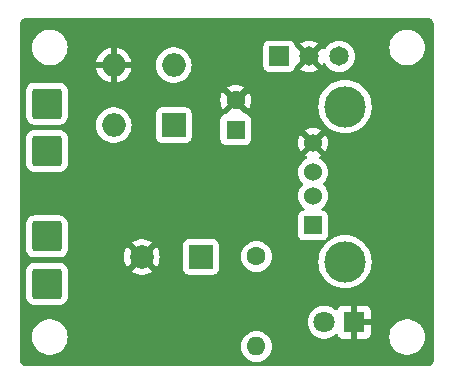
<source format=gbr>
%TF.GenerationSoftware,KiCad,Pcbnew,8.0.1*%
%TF.CreationDate,2025-01-11T03:08:54+01:00*%
%TF.ProjectId,Verteilerplatine,56657274-6569-46c6-9572-706c6174696e,rev?*%
%TF.SameCoordinates,Original*%
%TF.FileFunction,Copper,L2,Bot*%
%TF.FilePolarity,Positive*%
%FSLAX46Y46*%
G04 Gerber Fmt 4.6, Leading zero omitted, Abs format (unit mm)*
G04 Created by KiCad (PCBNEW 8.0.1) date 2025-01-11 03:08:54*
%MOMM*%
%LPD*%
G01*
G04 APERTURE LIST*
G04 Aperture macros list*
%AMRoundRect*
0 Rectangle with rounded corners*
0 $1 Rounding radius*
0 $2 $3 $4 $5 $6 $7 $8 $9 X,Y pos of 4 corners*
0 Add a 4 corners polygon primitive as box body*
4,1,4,$2,$3,$4,$5,$6,$7,$8,$9,$2,$3,0*
0 Add four circle primitives for the rounded corners*
1,1,$1+$1,$2,$3*
1,1,$1+$1,$4,$5*
1,1,$1+$1,$6,$7*
1,1,$1+$1,$8,$9*
0 Add four rect primitives between the rounded corners*
20,1,$1+$1,$2,$3,$4,$5,0*
20,1,$1+$1,$4,$5,$6,$7,0*
20,1,$1+$1,$6,$7,$8,$9,0*
20,1,$1+$1,$8,$9,$2,$3,0*%
G04 Aperture macros list end*
%TA.AperFunction,ComponentPad*%
%ADD10R,1.651000X1.651000*%
%TD*%
%TA.AperFunction,ComponentPad*%
%ADD11C,1.651000*%
%TD*%
%TA.AperFunction,ComponentPad*%
%ADD12RoundRect,0.249999X-1.025001X-1.025001X1.025001X-1.025001X1.025001X1.025001X-1.025001X1.025001X0*%
%TD*%
%TA.AperFunction,ComponentPad*%
%ADD13R,2.000000X2.000000*%
%TD*%
%TA.AperFunction,ComponentPad*%
%ADD14C,2.000000*%
%TD*%
%TA.AperFunction,ComponentPad*%
%ADD15R,1.524000X1.524000*%
%TD*%
%TA.AperFunction,ComponentPad*%
%ADD16C,1.524000*%
%TD*%
%TA.AperFunction,ComponentPad*%
%ADD17C,3.500000*%
%TD*%
%TA.AperFunction,ComponentPad*%
%ADD18R,1.800000X1.800000*%
%TD*%
%TA.AperFunction,ComponentPad*%
%ADD19C,1.800000*%
%TD*%
%TA.AperFunction,ComponentPad*%
%ADD20R,1.600000X1.600000*%
%TD*%
%TA.AperFunction,ComponentPad*%
%ADD21C,1.600000*%
%TD*%
%TA.AperFunction,ComponentPad*%
%ADD22O,2.000000X2.000000*%
%TD*%
%TA.AperFunction,ComponentPad*%
%ADD23O,1.600000X1.600000*%
%TD*%
G04 APERTURE END LIST*
D10*
%TO.P,L7805,1,INPUT*%
%TO.N,U_eff*%
X148920000Y-86500000D03*
D11*
%TO.P,L7805,2,GROUND*%
%TO.N,GND*%
X151460000Y-86500000D03*
%TO.P,L7805,3,OUTPUT*%
%TO.N,5V*%
X154000000Y-86500000D03*
%TD*%
D12*
%TO.P,H7,1,1*%
%TO.N,U_dp*%
X129250000Y-105750000D03*
%TD*%
D13*
%TO.P,Cout1,1*%
%TO.N,5V*%
X142300000Y-103475000D03*
D14*
%TO.P,Cout1,2*%
%TO.N,GND*%
X137300000Y-103475000D03*
%TD*%
D15*
%TO.P,J1,1,VBUS*%
%TO.N,5V*%
X151790000Y-100820000D03*
D16*
%TO.P,J1,2,D-*%
%TO.N,Net-(J1-D+)*%
X151790000Y-98320000D03*
%TO.P,J1,3,D+*%
X151790000Y-96320000D03*
%TO.P,J1,4,GND*%
%TO.N,GND*%
X151790000Y-93820000D03*
D17*
%TO.P,J1,5,SSRX-*%
%TO.N,unconnected-(J1-SSRX--Pad5)_0*%
X154500000Y-103890000D03*
%TO.N,unconnected-(J1-SSRX--Pad5)*%
X154500000Y-90750000D03*
%TD*%
D12*
%TO.P,H8,1,1*%
%TO.N,U_dm*%
X129250000Y-94500000D03*
%TD*%
D18*
%TO.P,D1,1,K*%
%TO.N,GND*%
X155275000Y-109000000D03*
D19*
%TO.P,D1,2,A*%
%TO.N,Net-(D1-A)*%
X152735000Y-109000000D03*
%TD*%
D20*
%TO.P,Cout3,1*%
%TO.N,U_eff*%
X145250000Y-92705113D03*
D21*
%TO.P,Cout3,2*%
%TO.N,GND*%
X145250000Y-90205113D03*
%TD*%
D13*
%TO.P,TC-B40R,1,+*%
%TO.N,U_eff*%
X140000000Y-92330000D03*
D22*
%TO.P,TC-B40R,2*%
%TO.N,U_dm*%
X140000000Y-87250000D03*
%TO.P,TC-B40R,3,-*%
%TO.N,GND*%
X134920000Y-87250000D03*
%TO.P,TC-B40R,4*%
%TO.N,U_dp*%
X134920000Y-92330000D03*
%TD*%
D12*
%TO.P,H6,1,1*%
%TO.N,U_dm*%
X129250000Y-90500000D03*
%TD*%
%TO.P,H5,1,1*%
%TO.N,U_dp*%
X129250000Y-101750000D03*
%TD*%
D21*
%TO.P,R1,1*%
%TO.N,5V*%
X147000000Y-103440000D03*
D23*
%TO.P,R1,2*%
%TO.N,Net-(D1-A)*%
X147000000Y-111060000D03*
%TD*%
%TA.AperFunction,Conductor*%
%TO.N,GND*%
G36*
X161506922Y-83251281D02*
G01*
X161523411Y-83253138D01*
X161597267Y-83261459D01*
X161624324Y-83267634D01*
X161703546Y-83295355D01*
X161728553Y-83307399D01*
X161799602Y-83352043D01*
X161821310Y-83369355D01*
X161880644Y-83428689D01*
X161897957Y-83450398D01*
X161942601Y-83521448D01*
X161954648Y-83546465D01*
X161982361Y-83625663D01*
X161988540Y-83652735D01*
X161998720Y-83743088D01*
X161999500Y-83756971D01*
X161999500Y-112243038D01*
X161998720Y-112256923D01*
X161988540Y-112347265D01*
X161982362Y-112374334D01*
X161954648Y-112453537D01*
X161942600Y-112478555D01*
X161897957Y-112549604D01*
X161880644Y-112571313D01*
X161821313Y-112630644D01*
X161799604Y-112647957D01*
X161728552Y-112692602D01*
X161703535Y-112704649D01*
X161624337Y-112732362D01*
X161597265Y-112738541D01*
X161506911Y-112748721D01*
X161493028Y-112749501D01*
X127506962Y-112749501D01*
X127493078Y-112748721D01*
X127481355Y-112747400D01*
X127402734Y-112738541D01*
X127375664Y-112732363D01*
X127296459Y-112704648D01*
X127271443Y-112692600D01*
X127200399Y-112647961D01*
X127178688Y-112630648D01*
X127119353Y-112571312D01*
X127102041Y-112549603D01*
X127057395Y-112478550D01*
X127045351Y-112453540D01*
X127017636Y-112374334D01*
X127011458Y-112347266D01*
X127011274Y-112345635D01*
X127001280Y-112256930D01*
X127000500Y-112243047D01*
X127000500Y-110250006D01*
X127994357Y-110250006D01*
X128014890Y-110497813D01*
X128014892Y-110497825D01*
X128075936Y-110738882D01*
X128175826Y-110966607D01*
X128311833Y-111174783D01*
X128311836Y-111174786D01*
X128480256Y-111357739D01*
X128676491Y-111510475D01*
X128895190Y-111628829D01*
X129130386Y-111709572D01*
X129375665Y-111750501D01*
X129624335Y-111750501D01*
X129869614Y-111709572D01*
X130104810Y-111628829D01*
X130323509Y-111510475D01*
X130519744Y-111357739D01*
X130688164Y-111174786D01*
X130763157Y-111060001D01*
X145694532Y-111060001D01*
X145714364Y-111286686D01*
X145714366Y-111286697D01*
X145773258Y-111506488D01*
X145773261Y-111506497D01*
X145869431Y-111712732D01*
X145869432Y-111712734D01*
X145999954Y-111899141D01*
X146160858Y-112060045D01*
X146160861Y-112060047D01*
X146347266Y-112190568D01*
X146553504Y-112286739D01*
X146773308Y-112345635D01*
X146935230Y-112359801D01*
X146999998Y-112365468D01*
X147000000Y-112365468D01*
X147000002Y-112365468D01*
X147056673Y-112360509D01*
X147226692Y-112345635D01*
X147446496Y-112286739D01*
X147652734Y-112190568D01*
X147839139Y-112060047D01*
X148000047Y-111899139D01*
X148130568Y-111712734D01*
X148226739Y-111506496D01*
X148285635Y-111286692D01*
X148305468Y-111060000D01*
X148285635Y-110833308D01*
X148226739Y-110613504D01*
X148130568Y-110407266D01*
X148000047Y-110220861D01*
X148000045Y-110220858D01*
X147839141Y-110059954D01*
X147652734Y-109929432D01*
X147652732Y-109929431D01*
X147446497Y-109833261D01*
X147446488Y-109833258D01*
X147226697Y-109774366D01*
X147226693Y-109774365D01*
X147226692Y-109774365D01*
X147226691Y-109774364D01*
X147226686Y-109774364D01*
X147000002Y-109754532D01*
X146999998Y-109754532D01*
X146773313Y-109774364D01*
X146773302Y-109774366D01*
X146553511Y-109833258D01*
X146553502Y-109833261D01*
X146347267Y-109929431D01*
X146347265Y-109929432D01*
X146160858Y-110059954D01*
X145999954Y-110220858D01*
X145869432Y-110407265D01*
X145869431Y-110407267D01*
X145773261Y-110613502D01*
X145773258Y-110613511D01*
X145714366Y-110833302D01*
X145714364Y-110833313D01*
X145694532Y-111059998D01*
X145694532Y-111060001D01*
X130763157Y-111060001D01*
X130824173Y-110966608D01*
X130924063Y-110738882D01*
X130985108Y-110497822D01*
X130992612Y-110407265D01*
X131005643Y-110250006D01*
X131005643Y-110249995D01*
X130985109Y-110002188D01*
X130985107Y-110002176D01*
X130924063Y-109761119D01*
X130824173Y-109533394D01*
X130688166Y-109325218D01*
X130643139Y-109276306D01*
X130519744Y-109142263D01*
X130336972Y-109000006D01*
X151329700Y-109000006D01*
X151348864Y-109231297D01*
X151348866Y-109231308D01*
X151405842Y-109456300D01*
X151499075Y-109668848D01*
X151626016Y-109863147D01*
X151626019Y-109863151D01*
X151626021Y-109863153D01*
X151783216Y-110033913D01*
X151783219Y-110033915D01*
X151783222Y-110033918D01*
X151966365Y-110176464D01*
X151966371Y-110176468D01*
X151966374Y-110176470D01*
X152170497Y-110286936D01*
X152284487Y-110326068D01*
X152390015Y-110362297D01*
X152390017Y-110362297D01*
X152390019Y-110362298D01*
X152618951Y-110400500D01*
X152618952Y-110400500D01*
X152851048Y-110400500D01*
X152851049Y-110400500D01*
X153079981Y-110362298D01*
X153299503Y-110286936D01*
X153503626Y-110176470D01*
X153686784Y-110033913D01*
X153695511Y-110024432D01*
X153755394Y-109988441D01*
X153825232Y-109990538D01*
X153882850Y-110030060D01*
X153902924Y-110065080D01*
X153931645Y-110142086D01*
X153931649Y-110142093D01*
X154017809Y-110257187D01*
X154017812Y-110257190D01*
X154132906Y-110343350D01*
X154132913Y-110343354D01*
X154267620Y-110393596D01*
X154267627Y-110393598D01*
X154327155Y-110399999D01*
X154327172Y-110400000D01*
X155025000Y-110400000D01*
X155025000Y-109375277D01*
X155101306Y-109419333D01*
X155215756Y-109450000D01*
X155334244Y-109450000D01*
X155448694Y-109419333D01*
X155525000Y-109375277D01*
X155525000Y-110400000D01*
X156222828Y-110400000D01*
X156222844Y-110399999D01*
X156282372Y-110393598D01*
X156282379Y-110393596D01*
X156417086Y-110343354D01*
X156417093Y-110343350D01*
X156532187Y-110257190D01*
X156532190Y-110257187D01*
X156537566Y-110250006D01*
X158244357Y-110250006D01*
X158264890Y-110497813D01*
X158264892Y-110497825D01*
X158325936Y-110738882D01*
X158425826Y-110966607D01*
X158561833Y-111174783D01*
X158561836Y-111174786D01*
X158730256Y-111357739D01*
X158926491Y-111510475D01*
X159145190Y-111628829D01*
X159380386Y-111709572D01*
X159625665Y-111750501D01*
X159874335Y-111750501D01*
X160119614Y-111709572D01*
X160354810Y-111628829D01*
X160573509Y-111510475D01*
X160769744Y-111357739D01*
X160938164Y-111174786D01*
X161074173Y-110966608D01*
X161174063Y-110738882D01*
X161235108Y-110497822D01*
X161242612Y-110407265D01*
X161255643Y-110250006D01*
X161255643Y-110249995D01*
X161235109Y-110002188D01*
X161235107Y-110002176D01*
X161174063Y-109761119D01*
X161074173Y-109533394D01*
X160938166Y-109325218D01*
X160893139Y-109276306D01*
X160769744Y-109142263D01*
X160573509Y-108989527D01*
X160573507Y-108989526D01*
X160573506Y-108989525D01*
X160354811Y-108871173D01*
X160354802Y-108871170D01*
X160119616Y-108790430D01*
X159874335Y-108749501D01*
X159625665Y-108749501D01*
X159380383Y-108790430D01*
X159145197Y-108871170D01*
X159145188Y-108871173D01*
X158926493Y-108989525D01*
X158730257Y-109142262D01*
X158561833Y-109325218D01*
X158425826Y-109533394D01*
X158325936Y-109761119D01*
X158264892Y-110002176D01*
X158264890Y-110002188D01*
X158244357Y-110249995D01*
X158244357Y-110250006D01*
X156537566Y-110250006D01*
X156618350Y-110142093D01*
X156618354Y-110142086D01*
X156668596Y-110007379D01*
X156668598Y-110007372D01*
X156674999Y-109947844D01*
X156675000Y-109947827D01*
X156675000Y-109250000D01*
X155650278Y-109250000D01*
X155694333Y-109173694D01*
X155725000Y-109059244D01*
X155725000Y-108940756D01*
X155694333Y-108826306D01*
X155650278Y-108750000D01*
X156675000Y-108750000D01*
X156675000Y-108052172D01*
X156674999Y-108052155D01*
X156668598Y-107992627D01*
X156668596Y-107992620D01*
X156618354Y-107857913D01*
X156618350Y-107857906D01*
X156532190Y-107742812D01*
X156532187Y-107742809D01*
X156417093Y-107656649D01*
X156417086Y-107656645D01*
X156282379Y-107606403D01*
X156282372Y-107606401D01*
X156222844Y-107600000D01*
X155525000Y-107600000D01*
X155525000Y-108624722D01*
X155448694Y-108580667D01*
X155334244Y-108550000D01*
X155215756Y-108550000D01*
X155101306Y-108580667D01*
X155025000Y-108624722D01*
X155025000Y-107600000D01*
X154327155Y-107600000D01*
X154267627Y-107606401D01*
X154267620Y-107606403D01*
X154132913Y-107656645D01*
X154132906Y-107656649D01*
X154017812Y-107742809D01*
X154017809Y-107742812D01*
X153931649Y-107857906D01*
X153931646Y-107857911D01*
X153902924Y-107934920D01*
X153861052Y-107990853D01*
X153795588Y-108015270D01*
X153727315Y-108000418D01*
X153695514Y-107975571D01*
X153686784Y-107966087D01*
X153686779Y-107966083D01*
X153686777Y-107966081D01*
X153503634Y-107823535D01*
X153503628Y-107823531D01*
X153299504Y-107713064D01*
X153299495Y-107713061D01*
X153079984Y-107637702D01*
X152892404Y-107606401D01*
X152851049Y-107599500D01*
X152618951Y-107599500D01*
X152577596Y-107606401D01*
X152390015Y-107637702D01*
X152170504Y-107713061D01*
X152170495Y-107713064D01*
X151966371Y-107823531D01*
X151966365Y-107823535D01*
X151783222Y-107966081D01*
X151783219Y-107966084D01*
X151783216Y-107966086D01*
X151783216Y-107966087D01*
X151758791Y-107992620D01*
X151626016Y-108136852D01*
X151499075Y-108331151D01*
X151405842Y-108543699D01*
X151348866Y-108768691D01*
X151348864Y-108768702D01*
X151329700Y-108999993D01*
X151329700Y-109000006D01*
X130336972Y-109000006D01*
X130323509Y-108989527D01*
X130323507Y-108989526D01*
X130323506Y-108989525D01*
X130104811Y-108871173D01*
X130104802Y-108871170D01*
X129869616Y-108790430D01*
X129624335Y-108749501D01*
X129375665Y-108749501D01*
X129130383Y-108790430D01*
X128895197Y-108871170D01*
X128895188Y-108871173D01*
X128676493Y-108989525D01*
X128480257Y-109142262D01*
X128311833Y-109325218D01*
X128175826Y-109533394D01*
X128075936Y-109761119D01*
X128014892Y-110002176D01*
X128014890Y-110002188D01*
X127994357Y-110249995D01*
X127994357Y-110250006D01*
X127000500Y-110250006D01*
X127000500Y-106825017D01*
X127474500Y-106825017D01*
X127485000Y-106927796D01*
X127485001Y-106927798D01*
X127540186Y-107094335D01*
X127632288Y-107243656D01*
X127756344Y-107367712D01*
X127905665Y-107459814D01*
X128072202Y-107514999D01*
X128174990Y-107525500D01*
X128174995Y-107525500D01*
X130325005Y-107525500D01*
X130325010Y-107525500D01*
X130427798Y-107514999D01*
X130594335Y-107459814D01*
X130743656Y-107367712D01*
X130867712Y-107243656D01*
X130959814Y-107094335D01*
X131014999Y-106927798D01*
X131025500Y-106825010D01*
X131025500Y-104674990D01*
X131014999Y-104572202D01*
X130959814Y-104405665D01*
X130867712Y-104256344D01*
X130743656Y-104132288D01*
X130594335Y-104040186D01*
X130427798Y-103985001D01*
X130427796Y-103985000D01*
X130325017Y-103974500D01*
X130325010Y-103974500D01*
X128174990Y-103974500D01*
X128174982Y-103974500D01*
X128072203Y-103985000D01*
X128072202Y-103985001D01*
X127989669Y-104012349D01*
X127905667Y-104040185D01*
X127905662Y-104040187D01*
X127756342Y-104132289D01*
X127632289Y-104256342D01*
X127540187Y-104405662D01*
X127540185Y-104405667D01*
X127528793Y-104440047D01*
X127485001Y-104572202D01*
X127485001Y-104572203D01*
X127485000Y-104572203D01*
X127474500Y-104674982D01*
X127474500Y-106825017D01*
X127000500Y-106825017D01*
X127000500Y-102825017D01*
X127474500Y-102825017D01*
X127485000Y-102927796D01*
X127517848Y-103026923D01*
X127540186Y-103094335D01*
X127632288Y-103243656D01*
X127756344Y-103367712D01*
X127905665Y-103459814D01*
X128072202Y-103514999D01*
X128174990Y-103525500D01*
X128174995Y-103525500D01*
X130325005Y-103525500D01*
X130325010Y-103525500D01*
X130427798Y-103514999D01*
X130548492Y-103475005D01*
X135794859Y-103475005D01*
X135815385Y-103722729D01*
X135815387Y-103722738D01*
X135876412Y-103963717D01*
X135976266Y-104191364D01*
X136076564Y-104344882D01*
X136817037Y-103604409D01*
X136834075Y-103667993D01*
X136899901Y-103782007D01*
X136992993Y-103875099D01*
X137107007Y-103940925D01*
X137170590Y-103957962D01*
X136429942Y-104698609D01*
X136476768Y-104735055D01*
X136476770Y-104735056D01*
X136695385Y-104853364D01*
X136695396Y-104853369D01*
X136930506Y-104934083D01*
X137175707Y-104975000D01*
X137424293Y-104975000D01*
X137669493Y-104934083D01*
X137904603Y-104853369D01*
X137904614Y-104853364D01*
X138123228Y-104735057D01*
X138123231Y-104735055D01*
X138170056Y-104698609D01*
X137994317Y-104522870D01*
X140799500Y-104522870D01*
X140799501Y-104522876D01*
X140805908Y-104582483D01*
X140856202Y-104717328D01*
X140856206Y-104717335D01*
X140942452Y-104832544D01*
X140942455Y-104832547D01*
X141057664Y-104918793D01*
X141057671Y-104918797D01*
X141192517Y-104969091D01*
X141192516Y-104969091D01*
X141199444Y-104969835D01*
X141252127Y-104975500D01*
X143347872Y-104975499D01*
X143407483Y-104969091D01*
X143542331Y-104918796D01*
X143657546Y-104832546D01*
X143743796Y-104717331D01*
X143794091Y-104582483D01*
X143800500Y-104522873D01*
X143800499Y-103440001D01*
X145694532Y-103440001D01*
X145714364Y-103666686D01*
X145714366Y-103666697D01*
X145773258Y-103886488D01*
X145773261Y-103886497D01*
X145869431Y-104092732D01*
X145869432Y-104092734D01*
X145999954Y-104279141D01*
X146160858Y-104440045D01*
X146160861Y-104440047D01*
X146347266Y-104570568D01*
X146553504Y-104666739D01*
X146773308Y-104725635D01*
X146935230Y-104739801D01*
X146999998Y-104745468D01*
X147000000Y-104745468D01*
X147000002Y-104745468D01*
X147056673Y-104740509D01*
X147226692Y-104725635D01*
X147446496Y-104666739D01*
X147652734Y-104570568D01*
X147839139Y-104440047D01*
X148000047Y-104279139D01*
X148130568Y-104092734D01*
X148225102Y-103890007D01*
X152244671Y-103890007D01*
X152263964Y-104184363D01*
X152263965Y-104184373D01*
X152263966Y-104184380D01*
X152295891Y-104344882D01*
X152321518Y-104473716D01*
X152321521Y-104473730D01*
X152416349Y-104753080D01*
X152546825Y-105017660D01*
X152546829Y-105017667D01*
X152710725Y-105262955D01*
X152905241Y-105484758D01*
X153127043Y-105679273D01*
X153372335Y-105843172D01*
X153636923Y-105973652D01*
X153916278Y-106068481D01*
X154205620Y-106126034D01*
X154233888Y-106127886D01*
X154499993Y-106145329D01*
X154500000Y-106145329D01*
X154500007Y-106145329D01*
X154735675Y-106129881D01*
X154794380Y-106126034D01*
X155083722Y-106068481D01*
X155363077Y-105973652D01*
X155627665Y-105843172D01*
X155872957Y-105679273D01*
X156094758Y-105484758D01*
X156289273Y-105262957D01*
X156453172Y-105017665D01*
X156583652Y-104753077D01*
X156678481Y-104473722D01*
X156736034Y-104184380D01*
X156749102Y-103985001D01*
X156755329Y-103890007D01*
X156755329Y-103889992D01*
X156736035Y-103595636D01*
X156736034Y-103595620D01*
X156678481Y-103306278D01*
X156583652Y-103026923D01*
X156453172Y-102762336D01*
X156289273Y-102517043D01*
X156221667Y-102439953D01*
X156094758Y-102295241D01*
X155872955Y-102100725D01*
X155627667Y-101936829D01*
X155627660Y-101936825D01*
X155363080Y-101806349D01*
X155083730Y-101711521D01*
X155083724Y-101711519D01*
X155083722Y-101711519D01*
X154794380Y-101653966D01*
X154794373Y-101653965D01*
X154794363Y-101653964D01*
X154500007Y-101634671D01*
X154499993Y-101634671D01*
X154205636Y-101653964D01*
X154205624Y-101653965D01*
X154205620Y-101653966D01*
X154205612Y-101653967D01*
X154205609Y-101653968D01*
X153916283Y-101711518D01*
X153916269Y-101711521D01*
X153636919Y-101806349D01*
X153372334Y-101936828D01*
X153127041Y-102100728D01*
X152905241Y-102295241D01*
X152710728Y-102517041D01*
X152546828Y-102762334D01*
X152416349Y-103026919D01*
X152321521Y-103306269D01*
X152321518Y-103306283D01*
X152263968Y-103595609D01*
X152263964Y-103595636D01*
X152244671Y-103889992D01*
X152244671Y-103890007D01*
X148225102Y-103890007D01*
X148226739Y-103886496D01*
X148285635Y-103666692D01*
X148302634Y-103472384D01*
X148305468Y-103440001D01*
X148305468Y-103439998D01*
X148288290Y-103243656D01*
X148285635Y-103213308D01*
X148235694Y-103026923D01*
X148226741Y-102993511D01*
X148226738Y-102993502D01*
X148218110Y-102975000D01*
X148130568Y-102787266D01*
X148000047Y-102600861D01*
X148000045Y-102600858D01*
X147839141Y-102439954D01*
X147652734Y-102309432D01*
X147652732Y-102309431D01*
X147446497Y-102213261D01*
X147446488Y-102213258D01*
X147226697Y-102154366D01*
X147226693Y-102154365D01*
X147226692Y-102154365D01*
X147226691Y-102154364D01*
X147226686Y-102154364D01*
X147000002Y-102134532D01*
X146999998Y-102134532D01*
X146773313Y-102154364D01*
X146773302Y-102154366D01*
X146553511Y-102213258D01*
X146553502Y-102213261D01*
X146347267Y-102309431D01*
X146347265Y-102309432D01*
X146160858Y-102439954D01*
X145999954Y-102600858D01*
X145869432Y-102787265D01*
X145869431Y-102787267D01*
X145773261Y-102993502D01*
X145773258Y-102993511D01*
X145714366Y-103213302D01*
X145714364Y-103213313D01*
X145694532Y-103439998D01*
X145694532Y-103440001D01*
X143800499Y-103440001D01*
X143800499Y-102427128D01*
X143794091Y-102367517D01*
X143772426Y-102309431D01*
X143743797Y-102232671D01*
X143743793Y-102232664D01*
X143657547Y-102117455D01*
X143657544Y-102117452D01*
X143542335Y-102031206D01*
X143542328Y-102031202D01*
X143407482Y-101980908D01*
X143407483Y-101980908D01*
X143347883Y-101974501D01*
X143347881Y-101974500D01*
X143347873Y-101974500D01*
X143347864Y-101974500D01*
X141252129Y-101974500D01*
X141252123Y-101974501D01*
X141192516Y-101980908D01*
X141057671Y-102031202D01*
X141057664Y-102031206D01*
X140942455Y-102117452D01*
X140942452Y-102117455D01*
X140856206Y-102232664D01*
X140856202Y-102232671D01*
X140805908Y-102367517D01*
X140799501Y-102427116D01*
X140799501Y-102427123D01*
X140799500Y-102427135D01*
X140799500Y-104522870D01*
X137994317Y-104522870D01*
X137429409Y-103957962D01*
X137492993Y-103940925D01*
X137607007Y-103875099D01*
X137700099Y-103782007D01*
X137765925Y-103667993D01*
X137782962Y-103604410D01*
X138523434Y-104344882D01*
X138623731Y-104191369D01*
X138723587Y-103963717D01*
X138784612Y-103722738D01*
X138784614Y-103722729D01*
X138805141Y-103475005D01*
X138805141Y-103474994D01*
X138784614Y-103227270D01*
X138784612Y-103227261D01*
X138723587Y-102986282D01*
X138623731Y-102758630D01*
X138523434Y-102605116D01*
X137782962Y-103345589D01*
X137765925Y-103282007D01*
X137700099Y-103167993D01*
X137607007Y-103074901D01*
X137492993Y-103009075D01*
X137429410Y-102992037D01*
X138170057Y-102251390D01*
X138170056Y-102251389D01*
X138123229Y-102214943D01*
X137904614Y-102096635D01*
X137904603Y-102096630D01*
X137669493Y-102015916D01*
X137424293Y-101975000D01*
X137175707Y-101975000D01*
X136930506Y-102015916D01*
X136695396Y-102096630D01*
X136695390Y-102096632D01*
X136476761Y-102214949D01*
X136429942Y-102251388D01*
X136429942Y-102251390D01*
X137170590Y-102992037D01*
X137107007Y-103009075D01*
X136992993Y-103074901D01*
X136899901Y-103167993D01*
X136834075Y-103282007D01*
X136817037Y-103345589D01*
X136076564Y-102605116D01*
X135976267Y-102758632D01*
X135876412Y-102986282D01*
X135815387Y-103227261D01*
X135815385Y-103227270D01*
X135794859Y-103474994D01*
X135794859Y-103475005D01*
X130548492Y-103475005D01*
X130594335Y-103459814D01*
X130743656Y-103367712D01*
X130867712Y-103243656D01*
X130959814Y-103094335D01*
X131014999Y-102927798D01*
X131025500Y-102825010D01*
X131025500Y-100674990D01*
X131014999Y-100572202D01*
X130959814Y-100405665D01*
X130867712Y-100256344D01*
X130743656Y-100132288D01*
X130594335Y-100040186D01*
X130427798Y-99985001D01*
X130427796Y-99985000D01*
X130325017Y-99974500D01*
X130325010Y-99974500D01*
X128174990Y-99974500D01*
X128174982Y-99974500D01*
X128072203Y-99985000D01*
X128072202Y-99985001D01*
X127996410Y-100010116D01*
X127905667Y-100040185D01*
X127905662Y-100040187D01*
X127756342Y-100132289D01*
X127632289Y-100256342D01*
X127540187Y-100405662D01*
X127540186Y-100405665D01*
X127485001Y-100572202D01*
X127485001Y-100572203D01*
X127485000Y-100572203D01*
X127474500Y-100674982D01*
X127474500Y-102825017D01*
X127000500Y-102825017D01*
X127000500Y-98320002D01*
X150522677Y-98320002D01*
X150541929Y-98540062D01*
X150541930Y-98540070D01*
X150599104Y-98753445D01*
X150599105Y-98753447D01*
X150599106Y-98753450D01*
X150692466Y-98953662D01*
X150692468Y-98953666D01*
X150819170Y-99134615D01*
X150819175Y-99134621D01*
X150975378Y-99290824D01*
X150975384Y-99290829D01*
X151035477Y-99332906D01*
X151079102Y-99387482D01*
X151086296Y-99456980D01*
X151054774Y-99519335D01*
X150994544Y-99554750D01*
X150977609Y-99557771D01*
X150920516Y-99563909D01*
X150785671Y-99614202D01*
X150785664Y-99614206D01*
X150670455Y-99700452D01*
X150670452Y-99700455D01*
X150584206Y-99815664D01*
X150584202Y-99815671D01*
X150533908Y-99950517D01*
X150530201Y-99985001D01*
X150527501Y-100010123D01*
X150527500Y-100010135D01*
X150527500Y-101629870D01*
X150527501Y-101629876D01*
X150533908Y-101689483D01*
X150584202Y-101824328D01*
X150584206Y-101824335D01*
X150670452Y-101939544D01*
X150670455Y-101939547D01*
X150785664Y-102025793D01*
X150785671Y-102025797D01*
X150920517Y-102076091D01*
X150920516Y-102076091D01*
X150927444Y-102076835D01*
X150980127Y-102082500D01*
X152599872Y-102082499D01*
X152659483Y-102076091D01*
X152794331Y-102025796D01*
X152909546Y-101939546D01*
X152995796Y-101824331D01*
X153046091Y-101689483D01*
X153052500Y-101629873D01*
X153052499Y-100010128D01*
X153046091Y-99950517D01*
X152995796Y-99815669D01*
X152995795Y-99815668D01*
X152995793Y-99815664D01*
X152909547Y-99700455D01*
X152909544Y-99700452D01*
X152794335Y-99614206D01*
X152794328Y-99614202D01*
X152659482Y-99563908D01*
X152659483Y-99563908D01*
X152602390Y-99557770D01*
X152537839Y-99531032D01*
X152497991Y-99473639D01*
X152495498Y-99403814D01*
X152531151Y-99343725D01*
X152544523Y-99332906D01*
X152604620Y-99290826D01*
X152760826Y-99134620D01*
X152887534Y-98953662D01*
X152980894Y-98753450D01*
X153038070Y-98540068D01*
X153057323Y-98320000D01*
X153038070Y-98099932D01*
X152980894Y-97886550D01*
X152887534Y-97686339D01*
X152760826Y-97505380D01*
X152760824Y-97505377D01*
X152663127Y-97407680D01*
X152629642Y-97346357D01*
X152634626Y-97276665D01*
X152663123Y-97232322D01*
X152760826Y-97134620D01*
X152887534Y-96953662D01*
X152980894Y-96753450D01*
X153038070Y-96540068D01*
X153057323Y-96320000D01*
X153038070Y-96099932D01*
X152980894Y-95886550D01*
X152887534Y-95686339D01*
X152760826Y-95505380D01*
X152604620Y-95349174D01*
X152604616Y-95349171D01*
X152604615Y-95349170D01*
X152423666Y-95222468D01*
X152423663Y-95222466D01*
X152423662Y-95222466D01*
X152375691Y-95200096D01*
X152337108Y-95182105D01*
X152284669Y-95135932D01*
X152265517Y-95068739D01*
X152285733Y-95001858D01*
X152337110Y-94957340D01*
X152423412Y-94917097D01*
X152423417Y-94917094D01*
X152488188Y-94871741D01*
X151886750Y-94270302D01*
X151967553Y-94248651D01*
X152072446Y-94188091D01*
X152158091Y-94102446D01*
X152218651Y-93997553D01*
X152240302Y-93916749D01*
X152841741Y-94518188D01*
X152887094Y-94453417D01*
X152887100Y-94453407D01*
X152980419Y-94253284D01*
X152980424Y-94253270D01*
X153037573Y-94039986D01*
X153037575Y-94039976D01*
X153056821Y-93820000D01*
X153056821Y-93819999D01*
X153037575Y-93600023D01*
X153037573Y-93600013D01*
X152980424Y-93386729D01*
X152980420Y-93386720D01*
X152887096Y-93186586D01*
X152841741Y-93121811D01*
X152841740Y-93121810D01*
X152240302Y-93723249D01*
X152218651Y-93642447D01*
X152158091Y-93537554D01*
X152072446Y-93451909D01*
X151967553Y-93391349D01*
X151886750Y-93369697D01*
X152488188Y-92768259D01*
X152488187Y-92768258D01*
X152423411Y-92722901D01*
X152423405Y-92722898D01*
X152223284Y-92629580D01*
X152223270Y-92629575D01*
X152009986Y-92572426D01*
X152009976Y-92572424D01*
X151790001Y-92553179D01*
X151789999Y-92553179D01*
X151570023Y-92572424D01*
X151570013Y-92572426D01*
X151356729Y-92629575D01*
X151356720Y-92629579D01*
X151156590Y-92722901D01*
X151091811Y-92768258D01*
X151693250Y-93369697D01*
X151612447Y-93391349D01*
X151507554Y-93451909D01*
X151421909Y-93537554D01*
X151361349Y-93642447D01*
X151339697Y-93723250D01*
X150738258Y-93121811D01*
X150692901Y-93186590D01*
X150599579Y-93386720D01*
X150599575Y-93386729D01*
X150542426Y-93600013D01*
X150542424Y-93600023D01*
X150523179Y-93819999D01*
X150523179Y-93820000D01*
X150542424Y-94039976D01*
X150542426Y-94039986D01*
X150599575Y-94253270D01*
X150599580Y-94253284D01*
X150692898Y-94453405D01*
X150692901Y-94453411D01*
X150738258Y-94518187D01*
X150738259Y-94518188D01*
X151339697Y-93916749D01*
X151361349Y-93997553D01*
X151421909Y-94102446D01*
X151507554Y-94188091D01*
X151612447Y-94248651D01*
X151693249Y-94270302D01*
X151091810Y-94871740D01*
X151156589Y-94917098D01*
X151242891Y-94957342D01*
X151295330Y-95003514D01*
X151314482Y-95070708D01*
X151294266Y-95137589D01*
X151242891Y-95182106D01*
X151156340Y-95222465D01*
X151156338Y-95222466D01*
X150975377Y-95349175D01*
X150819175Y-95505377D01*
X150692466Y-95686338D01*
X150692465Y-95686340D01*
X150599107Y-95886548D01*
X150599104Y-95886554D01*
X150541930Y-96099929D01*
X150541929Y-96099937D01*
X150522677Y-96319997D01*
X150522677Y-96320002D01*
X150541929Y-96540062D01*
X150541930Y-96540070D01*
X150599104Y-96753445D01*
X150599105Y-96753447D01*
X150599106Y-96753450D01*
X150692466Y-96953662D01*
X150692468Y-96953666D01*
X150819170Y-97134615D01*
X150819175Y-97134621D01*
X150916872Y-97232318D01*
X150950357Y-97293641D01*
X150945373Y-97363333D01*
X150916873Y-97407680D01*
X150819172Y-97505381D01*
X150692466Y-97686338D01*
X150692465Y-97686340D01*
X150599107Y-97886548D01*
X150599104Y-97886554D01*
X150541930Y-98099929D01*
X150541929Y-98099937D01*
X150522677Y-98319997D01*
X150522677Y-98320002D01*
X127000500Y-98320002D01*
X127000500Y-95575017D01*
X127474500Y-95575017D01*
X127485000Y-95677796D01*
X127540185Y-95844332D01*
X127540186Y-95844335D01*
X127632288Y-95993656D01*
X127756344Y-96117712D01*
X127905665Y-96209814D01*
X128072202Y-96264999D01*
X128174990Y-96275500D01*
X128174995Y-96275500D01*
X130325005Y-96275500D01*
X130325010Y-96275500D01*
X130427798Y-96264999D01*
X130594335Y-96209814D01*
X130743656Y-96117712D01*
X130867712Y-95993656D01*
X130959814Y-95844335D01*
X131014999Y-95677798D01*
X131025500Y-95575010D01*
X131025500Y-93424990D01*
X131014999Y-93322202D01*
X130959814Y-93155665D01*
X130867712Y-93006344D01*
X130743656Y-92882288D01*
X130594335Y-92790186D01*
X130427798Y-92735001D01*
X130427796Y-92735000D01*
X130325017Y-92724500D01*
X130325010Y-92724500D01*
X128174990Y-92724500D01*
X128174982Y-92724500D01*
X128072203Y-92735000D01*
X128072202Y-92735001D01*
X127989669Y-92762349D01*
X127905667Y-92790185D01*
X127905662Y-92790187D01*
X127756342Y-92882289D01*
X127632289Y-93006342D01*
X127540187Y-93155662D01*
X127540186Y-93155665D01*
X127485001Y-93322202D01*
X127485001Y-93322203D01*
X127485000Y-93322203D01*
X127474500Y-93424982D01*
X127474500Y-95575017D01*
X127000500Y-95575017D01*
X127000500Y-92330005D01*
X133414357Y-92330005D01*
X133434890Y-92577812D01*
X133434892Y-92577824D01*
X133495936Y-92818881D01*
X133595826Y-93046606D01*
X133731833Y-93254782D01*
X133731836Y-93254785D01*
X133900256Y-93437738D01*
X134096491Y-93590474D01*
X134315190Y-93708828D01*
X134550386Y-93789571D01*
X134795665Y-93830500D01*
X135044335Y-93830500D01*
X135289614Y-93789571D01*
X135524810Y-93708828D01*
X135743509Y-93590474D01*
X135939744Y-93437738D01*
X135994856Y-93377870D01*
X138499500Y-93377870D01*
X138499501Y-93377876D01*
X138505908Y-93437483D01*
X138556202Y-93572328D01*
X138556206Y-93572335D01*
X138642452Y-93687544D01*
X138642455Y-93687547D01*
X138757664Y-93773793D01*
X138757671Y-93773797D01*
X138892517Y-93824091D01*
X138892516Y-93824091D01*
X138899444Y-93824835D01*
X138952127Y-93830500D01*
X141047872Y-93830499D01*
X141107483Y-93824091D01*
X141242331Y-93773796D01*
X141357546Y-93687546D01*
X141443796Y-93572331D01*
X141494091Y-93437483D01*
X141500500Y-93377873D01*
X141500499Y-91282128D01*
X141494091Y-91222517D01*
X141443796Y-91087669D01*
X141443795Y-91087668D01*
X141443793Y-91087664D01*
X141357547Y-90972455D01*
X141357544Y-90972452D01*
X141242335Y-90886206D01*
X141242328Y-90886202D01*
X141107482Y-90835908D01*
X141107483Y-90835908D01*
X141047883Y-90829501D01*
X141047881Y-90829500D01*
X141047873Y-90829500D01*
X141047864Y-90829500D01*
X138952129Y-90829500D01*
X138952123Y-90829501D01*
X138892516Y-90835908D01*
X138757671Y-90886202D01*
X138757664Y-90886206D01*
X138642455Y-90972452D01*
X138642452Y-90972455D01*
X138556206Y-91087664D01*
X138556202Y-91087671D01*
X138505908Y-91222517D01*
X138499501Y-91282116D01*
X138499501Y-91282123D01*
X138499500Y-91282135D01*
X138499500Y-93377870D01*
X135994856Y-93377870D01*
X136108164Y-93254785D01*
X136244173Y-93046607D01*
X136344063Y-92818881D01*
X136405108Y-92577821D01*
X136408302Y-92539273D01*
X136425643Y-92330005D01*
X136425643Y-92329994D01*
X136405109Y-92082187D01*
X136405107Y-92082175D01*
X136344063Y-91841118D01*
X136244173Y-91613393D01*
X136108166Y-91405217D01*
X136042350Y-91333722D01*
X135939744Y-91222262D01*
X135743509Y-91069526D01*
X135743507Y-91069525D01*
X135743506Y-91069524D01*
X135524811Y-90951172D01*
X135524802Y-90951169D01*
X135289616Y-90870429D01*
X135044335Y-90829500D01*
X134795665Y-90829500D01*
X134550383Y-90870429D01*
X134315197Y-90951169D01*
X134315188Y-90951172D01*
X134096493Y-91069524D01*
X133900257Y-91222261D01*
X133731833Y-91405217D01*
X133595826Y-91613393D01*
X133495936Y-91841118D01*
X133434892Y-92082175D01*
X133434890Y-92082187D01*
X133414357Y-92329994D01*
X133414357Y-92330005D01*
X127000500Y-92330005D01*
X127000500Y-91575017D01*
X127474500Y-91575017D01*
X127485000Y-91677796D01*
X127485001Y-91677798D01*
X127540186Y-91844335D01*
X127632288Y-91993656D01*
X127756344Y-92117712D01*
X127905665Y-92209814D01*
X128072202Y-92264999D01*
X128174990Y-92275500D01*
X128174995Y-92275500D01*
X130325005Y-92275500D01*
X130325010Y-92275500D01*
X130427798Y-92264999D01*
X130594335Y-92209814D01*
X130743656Y-92117712D01*
X130867712Y-91993656D01*
X130959814Y-91844335D01*
X131014999Y-91677798D01*
X131025500Y-91575010D01*
X131025500Y-90205115D01*
X143945034Y-90205115D01*
X143964858Y-90431712D01*
X143964860Y-90431723D01*
X144023730Y-90651430D01*
X144023735Y-90651444D01*
X144119863Y-90857591D01*
X144170974Y-90930585D01*
X144850000Y-90251559D01*
X144850000Y-90257774D01*
X144877259Y-90359507D01*
X144929920Y-90450719D01*
X145004394Y-90525193D01*
X145095606Y-90577854D01*
X145197339Y-90605113D01*
X145203553Y-90605113D01*
X144519352Y-91289312D01*
X144509506Y-91338307D01*
X144460890Y-91388490D01*
X144405367Y-91403162D01*
X144405423Y-91404212D01*
X144405429Y-91404259D01*
X144405426Y-91404259D01*
X144405436Y-91404437D01*
X144402123Y-91404614D01*
X144342516Y-91411021D01*
X144207671Y-91461315D01*
X144207664Y-91461319D01*
X144092455Y-91547565D01*
X144092452Y-91547568D01*
X144006206Y-91662777D01*
X144006202Y-91662784D01*
X143955908Y-91797630D01*
X143950887Y-91844335D01*
X143949501Y-91857236D01*
X143949500Y-91857248D01*
X143949500Y-93552983D01*
X143949501Y-93552989D01*
X143955908Y-93612596D01*
X144006202Y-93747441D01*
X144006206Y-93747448D01*
X144092452Y-93862657D01*
X144092455Y-93862660D01*
X144207664Y-93948906D01*
X144207671Y-93948910D01*
X144342517Y-93999204D01*
X144342516Y-93999204D01*
X144349444Y-93999948D01*
X144402127Y-94005613D01*
X146097872Y-94005612D01*
X146157483Y-93999204D01*
X146292331Y-93948909D01*
X146407546Y-93862659D01*
X146493796Y-93747444D01*
X146544091Y-93612596D01*
X146550500Y-93552986D01*
X146550499Y-91857241D01*
X146544091Y-91797630D01*
X146493796Y-91662782D01*
X146493795Y-91662781D01*
X146493793Y-91662777D01*
X146407547Y-91547568D01*
X146407544Y-91547565D01*
X146292335Y-91461319D01*
X146292328Y-91461315D01*
X146157482Y-91411021D01*
X146157483Y-91411021D01*
X146097883Y-91404614D01*
X146097881Y-91404613D01*
X146097873Y-91404613D01*
X146097864Y-91404613D01*
X146094548Y-91404435D01*
X146094627Y-91402960D01*
X146033215Y-91384928D01*
X145987460Y-91332124D01*
X145979969Y-91288635D01*
X145296447Y-90605113D01*
X145302661Y-90605113D01*
X145404394Y-90577854D01*
X145495606Y-90525193D01*
X145570080Y-90450719D01*
X145622741Y-90359507D01*
X145650000Y-90257774D01*
X145650000Y-90251560D01*
X146329024Y-90930584D01*
X146380136Y-90857591D01*
X146430303Y-90750007D01*
X152244671Y-90750007D01*
X152263964Y-91044363D01*
X152263965Y-91044373D01*
X152263966Y-91044380D01*
X152312685Y-91289312D01*
X152321518Y-91333716D01*
X152321521Y-91333730D01*
X152416349Y-91613080D01*
X152546825Y-91877660D01*
X152546829Y-91877667D01*
X152710725Y-92122955D01*
X152905241Y-92344758D01*
X153127044Y-92539274D01*
X153262189Y-92629575D01*
X153372335Y-92703172D01*
X153636923Y-92833652D01*
X153916278Y-92928481D01*
X154205620Y-92986034D01*
X154233888Y-92987886D01*
X154499993Y-93005329D01*
X154500000Y-93005329D01*
X154500007Y-93005329D01*
X154735675Y-92989881D01*
X154794380Y-92986034D01*
X155083722Y-92928481D01*
X155363077Y-92833652D01*
X155627665Y-92703172D01*
X155872957Y-92539273D01*
X156094758Y-92344758D01*
X156289273Y-92122957D01*
X156453172Y-91877665D01*
X156583652Y-91613077D01*
X156678481Y-91333722D01*
X156736034Y-91044380D01*
X156740748Y-90972454D01*
X156755329Y-90750007D01*
X156755329Y-90749992D01*
X156736035Y-90455636D01*
X156736034Y-90455620D01*
X156678481Y-90166278D01*
X156583652Y-89886923D01*
X156453172Y-89622336D01*
X156289273Y-89377043D01*
X156241179Y-89322202D01*
X156094758Y-89155241D01*
X155872955Y-88960725D01*
X155627667Y-88796829D01*
X155627660Y-88796825D01*
X155363080Y-88666349D01*
X155083730Y-88571521D01*
X155083724Y-88571519D01*
X155083722Y-88571519D01*
X154794380Y-88513966D01*
X154794373Y-88513965D01*
X154794363Y-88513964D01*
X154500007Y-88494671D01*
X154499993Y-88494671D01*
X154205636Y-88513964D01*
X154205624Y-88513965D01*
X154205620Y-88513966D01*
X154205612Y-88513967D01*
X154205609Y-88513968D01*
X153916283Y-88571518D01*
X153916269Y-88571521D01*
X153636919Y-88666349D01*
X153372334Y-88796828D01*
X153127041Y-88960728D01*
X152905241Y-89155241D01*
X152710728Y-89377041D01*
X152546828Y-89622334D01*
X152416349Y-89886919D01*
X152321521Y-90166269D01*
X152321518Y-90166283D01*
X152263968Y-90455609D01*
X152263964Y-90455636D01*
X152244671Y-90749992D01*
X152244671Y-90750007D01*
X146430303Y-90750007D01*
X146476264Y-90651444D01*
X146476269Y-90651430D01*
X146535139Y-90431723D01*
X146535141Y-90431712D01*
X146554966Y-90205115D01*
X146554966Y-90205110D01*
X146535141Y-89978513D01*
X146535139Y-89978502D01*
X146476269Y-89758795D01*
X146476264Y-89758781D01*
X146380136Y-89552634D01*
X146380132Y-89552626D01*
X146329025Y-89479639D01*
X145650000Y-90158664D01*
X145650000Y-90152452D01*
X145622741Y-90050719D01*
X145570080Y-89959507D01*
X145495606Y-89885033D01*
X145404394Y-89832372D01*
X145302661Y-89805113D01*
X145296448Y-89805113D01*
X145975472Y-89126087D01*
X145902478Y-89074976D01*
X145696331Y-88978848D01*
X145696317Y-88978843D01*
X145476610Y-88919973D01*
X145476599Y-88919971D01*
X145250002Y-88900147D01*
X145249998Y-88900147D01*
X145023400Y-88919971D01*
X145023389Y-88919973D01*
X144803682Y-88978843D01*
X144803673Y-88978847D01*
X144597516Y-89074979D01*
X144597512Y-89074981D01*
X144524526Y-89126086D01*
X144524526Y-89126087D01*
X145203553Y-89805113D01*
X145197339Y-89805113D01*
X145095606Y-89832372D01*
X145004394Y-89885033D01*
X144929920Y-89959507D01*
X144877259Y-90050719D01*
X144850000Y-90152452D01*
X144850000Y-90158665D01*
X144170974Y-89479639D01*
X144170973Y-89479639D01*
X144119868Y-89552625D01*
X144119866Y-89552629D01*
X144023734Y-89758786D01*
X144023730Y-89758795D01*
X143964860Y-89978502D01*
X143964858Y-89978513D01*
X143945034Y-90205110D01*
X143945034Y-90205115D01*
X131025500Y-90205115D01*
X131025500Y-89424990D01*
X131014999Y-89322202D01*
X130959814Y-89155665D01*
X130867712Y-89006344D01*
X130743656Y-88882288D01*
X130605105Y-88796829D01*
X130594337Y-88790187D01*
X130594332Y-88790185D01*
X130592863Y-88789698D01*
X130427798Y-88735001D01*
X130427796Y-88735000D01*
X130325017Y-88724500D01*
X130325010Y-88724500D01*
X128174990Y-88724500D01*
X128174982Y-88724500D01*
X128072203Y-88735000D01*
X128072202Y-88735001D01*
X127989669Y-88762349D01*
X127905667Y-88790185D01*
X127905662Y-88790187D01*
X127756342Y-88882289D01*
X127632289Y-89006342D01*
X127540187Y-89155662D01*
X127540186Y-89155665D01*
X127485001Y-89322202D01*
X127485001Y-89322203D01*
X127485000Y-89322203D01*
X127474500Y-89424982D01*
X127474500Y-91575017D01*
X127000500Y-91575017D01*
X127000500Y-87500000D01*
X133435960Y-87500000D01*
X133496411Y-87738716D01*
X133596267Y-87966367D01*
X133732232Y-88174478D01*
X133900592Y-88357364D01*
X133900602Y-88357373D01*
X134096762Y-88510051D01*
X134096771Y-88510057D01*
X134315385Y-88628364D01*
X134315396Y-88628369D01*
X134550507Y-88709083D01*
X134669999Y-88729023D01*
X134670000Y-88729022D01*
X134670000Y-87683012D01*
X134727007Y-87715925D01*
X134854174Y-87750000D01*
X134985826Y-87750000D01*
X135112993Y-87715925D01*
X135170000Y-87683012D01*
X135170000Y-88729023D01*
X135289492Y-88709083D01*
X135524603Y-88628369D01*
X135524614Y-88628364D01*
X135743228Y-88510057D01*
X135743237Y-88510051D01*
X135939397Y-88357373D01*
X135939407Y-88357364D01*
X136107767Y-88174478D01*
X136243732Y-87966367D01*
X136343588Y-87738716D01*
X136404040Y-87500000D01*
X135353012Y-87500000D01*
X135385925Y-87442993D01*
X135420000Y-87315826D01*
X135420000Y-87250005D01*
X138494357Y-87250005D01*
X138514890Y-87497812D01*
X138514892Y-87497824D01*
X138575936Y-87738881D01*
X138675826Y-87966606D01*
X138811833Y-88174782D01*
X138811836Y-88174785D01*
X138980256Y-88357738D01*
X139176491Y-88510474D01*
X139176493Y-88510475D01*
X139394332Y-88628364D01*
X139395190Y-88628828D01*
X139504482Y-88666348D01*
X139628964Y-88709083D01*
X139630386Y-88709571D01*
X139875665Y-88750500D01*
X140124335Y-88750500D01*
X140369614Y-88709571D01*
X140604810Y-88628828D01*
X140823509Y-88510474D01*
X141019744Y-88357738D01*
X141188164Y-88174785D01*
X141324173Y-87966607D01*
X141424063Y-87738881D01*
X141485108Y-87497821D01*
X141489651Y-87442993D01*
X141495420Y-87373370D01*
X147594000Y-87373370D01*
X147594001Y-87373376D01*
X147600408Y-87432983D01*
X147650702Y-87567828D01*
X147650706Y-87567835D01*
X147736952Y-87683044D01*
X147736955Y-87683047D01*
X147852164Y-87769293D01*
X147852171Y-87769297D01*
X147987017Y-87819591D01*
X147987016Y-87819591D01*
X147993944Y-87820335D01*
X148046627Y-87826000D01*
X149793372Y-87825999D01*
X149852983Y-87819591D01*
X149987831Y-87769296D01*
X150103046Y-87683046D01*
X150189296Y-87567831D01*
X150239591Y-87432983D01*
X150246000Y-87373373D01*
X150245999Y-87368908D01*
X150265675Y-87301870D01*
X150318473Y-87256108D01*
X150356972Y-87249474D01*
X150918657Y-86687789D01*
X150927447Y-86720591D01*
X151002687Y-86850909D01*
X151109091Y-86957313D01*
X151239409Y-87032553D01*
X151272210Y-87041342D01*
X150716218Y-87597333D01*
X150794718Y-87652301D01*
X151004919Y-87750318D01*
X151004925Y-87750321D01*
X151228948Y-87810348D01*
X151228955Y-87810349D01*
X151459998Y-87830563D01*
X151460002Y-87830563D01*
X151691044Y-87810349D01*
X151691051Y-87810348D01*
X151915074Y-87750321D01*
X151915085Y-87750317D01*
X152125279Y-87652302D01*
X152125283Y-87652300D01*
X152203780Y-87597333D01*
X151647789Y-87041342D01*
X151680591Y-87032553D01*
X151810909Y-86957313D01*
X151917313Y-86850909D01*
X151992553Y-86720591D01*
X152001342Y-86687789D01*
X152557333Y-87243780D01*
X152612300Y-87165283D01*
X152612301Y-87165280D01*
X152617341Y-87154474D01*
X152663512Y-87102033D01*
X152730705Y-87082880D01*
X152797587Y-87103094D01*
X152842106Y-87154471D01*
X152847263Y-87165532D01*
X152873880Y-87203544D01*
X152980345Y-87355592D01*
X153144408Y-87519655D01*
X153334467Y-87652736D01*
X153544749Y-87750792D01*
X153768863Y-87810843D01*
X153942096Y-87825999D01*
X153999999Y-87831065D01*
X154000000Y-87831065D01*
X154000001Y-87831065D01*
X154038522Y-87827694D01*
X154231137Y-87810843D01*
X154455251Y-87750792D01*
X154665533Y-87652736D01*
X154855592Y-87519655D01*
X155019655Y-87355592D01*
X155152736Y-87165533D01*
X155250792Y-86955251D01*
X155310843Y-86731137D01*
X155331065Y-86500000D01*
X155310843Y-86268863D01*
X155250792Y-86044749D01*
X155152736Y-85834468D01*
X155152734Y-85834465D01*
X155152733Y-85834463D01*
X155093596Y-85750006D01*
X158244357Y-85750006D01*
X158264890Y-85997813D01*
X158264892Y-85997825D01*
X158325936Y-86238882D01*
X158425826Y-86466607D01*
X158561833Y-86674783D01*
X158561836Y-86674786D01*
X158730256Y-86857739D01*
X158926491Y-87010475D01*
X159145190Y-87128829D01*
X159380386Y-87209572D01*
X159625665Y-87250501D01*
X159874335Y-87250501D01*
X160119614Y-87209572D01*
X160354810Y-87128829D01*
X160573509Y-87010475D01*
X160769744Y-86857739D01*
X160938164Y-86674786D01*
X161074173Y-86466608D01*
X161174063Y-86238882D01*
X161235108Y-85997822D01*
X161235109Y-85997813D01*
X161255643Y-85750006D01*
X161255643Y-85749995D01*
X161235109Y-85502188D01*
X161235107Y-85502176D01*
X161174063Y-85261119D01*
X161074173Y-85033394D01*
X160938166Y-84825218D01*
X160916557Y-84801745D01*
X160769744Y-84642263D01*
X160573509Y-84489527D01*
X160573507Y-84489526D01*
X160573506Y-84489525D01*
X160354811Y-84371173D01*
X160354802Y-84371170D01*
X160119616Y-84290430D01*
X159874335Y-84249501D01*
X159625665Y-84249501D01*
X159380383Y-84290430D01*
X159145197Y-84371170D01*
X159145188Y-84371173D01*
X158926493Y-84489525D01*
X158730257Y-84642262D01*
X158561833Y-84825218D01*
X158425826Y-85033394D01*
X158325936Y-85261119D01*
X158264892Y-85502176D01*
X158264890Y-85502188D01*
X158244357Y-85749995D01*
X158244357Y-85750006D01*
X155093596Y-85750006D01*
X155019654Y-85644406D01*
X154855596Y-85480349D01*
X154855592Y-85480345D01*
X154701579Y-85372504D01*
X154665532Y-85347263D01*
X154480796Y-85261120D01*
X154455251Y-85249208D01*
X154455247Y-85249207D01*
X154455243Y-85249205D01*
X154231142Y-85189158D01*
X154231132Y-85189156D01*
X154000001Y-85168935D01*
X153999999Y-85168935D01*
X153768867Y-85189156D01*
X153768857Y-85189158D01*
X153544756Y-85249205D01*
X153544747Y-85249209D01*
X153334467Y-85347264D01*
X153334463Y-85347266D01*
X153144406Y-85480345D01*
X152980345Y-85644406D01*
X152847266Y-85834463D01*
X152847260Y-85834474D01*
X152842101Y-85845537D01*
X152795925Y-85897973D01*
X152728730Y-85917120D01*
X152661850Y-85896899D01*
X152617339Y-85845526D01*
X152612298Y-85834716D01*
X152557333Y-85756217D01*
X152001341Y-86312209D01*
X151992553Y-86279409D01*
X151917313Y-86149091D01*
X151810909Y-86042687D01*
X151680591Y-85967447D01*
X151647789Y-85958657D01*
X152203781Y-85402665D01*
X152125281Y-85347699D01*
X151915080Y-85249681D01*
X151915074Y-85249678D01*
X151691051Y-85189651D01*
X151691044Y-85189650D01*
X151460002Y-85169437D01*
X151459998Y-85169437D01*
X151228955Y-85189650D01*
X151228948Y-85189651D01*
X151004917Y-85249681D01*
X150794715Y-85347701D01*
X150716218Y-85402664D01*
X150716217Y-85402665D01*
X151272210Y-85958657D01*
X151239409Y-85967447D01*
X151109091Y-86042687D01*
X151002687Y-86149091D01*
X150927447Y-86279409D01*
X150918657Y-86312209D01*
X150356116Y-85749668D01*
X150312305Y-85740863D01*
X150262123Y-85692247D01*
X150245999Y-85631102D01*
X150245999Y-85626629D01*
X150245998Y-85626623D01*
X150245997Y-85626616D01*
X150239591Y-85567017D01*
X150215411Y-85502188D01*
X150189297Y-85432171D01*
X150189293Y-85432164D01*
X150103047Y-85316955D01*
X150103044Y-85316952D01*
X149987835Y-85230706D01*
X149987828Y-85230702D01*
X149852982Y-85180408D01*
X149852983Y-85180408D01*
X149793383Y-85174001D01*
X149793381Y-85174000D01*
X149793373Y-85174000D01*
X149793364Y-85174000D01*
X148046629Y-85174000D01*
X148046623Y-85174001D01*
X147987016Y-85180408D01*
X147852171Y-85230702D01*
X147852164Y-85230706D01*
X147736955Y-85316952D01*
X147736952Y-85316955D01*
X147650706Y-85432164D01*
X147650702Y-85432171D01*
X147600408Y-85567017D01*
X147594001Y-85626616D01*
X147594001Y-85626623D01*
X147594000Y-85626635D01*
X147594000Y-87373370D01*
X141495420Y-87373370D01*
X141505643Y-87250005D01*
X141505643Y-87249994D01*
X141485109Y-87002187D01*
X141485107Y-87002175D01*
X141424063Y-86761118D01*
X141324173Y-86533393D01*
X141188166Y-86325217D01*
X141166557Y-86301744D01*
X141019744Y-86142262D01*
X140823509Y-85989526D01*
X140823507Y-85989525D01*
X140823506Y-85989524D01*
X140604811Y-85871172D01*
X140604802Y-85871169D01*
X140369616Y-85790429D01*
X140124335Y-85749500D01*
X139875665Y-85749500D01*
X139630383Y-85790429D01*
X139395197Y-85871169D01*
X139395188Y-85871172D01*
X139176493Y-85989524D01*
X138980257Y-86142261D01*
X138811833Y-86325217D01*
X138675826Y-86533393D01*
X138575936Y-86761118D01*
X138514892Y-87002175D01*
X138514890Y-87002187D01*
X138494357Y-87249994D01*
X138494357Y-87250005D01*
X135420000Y-87250005D01*
X135420000Y-87184174D01*
X135385925Y-87057007D01*
X135353012Y-87000000D01*
X136404040Y-87000000D01*
X136343588Y-86761283D01*
X136243732Y-86533632D01*
X136107767Y-86325521D01*
X135939407Y-86142635D01*
X135939397Y-86142626D01*
X135743237Y-85989948D01*
X135743228Y-85989942D01*
X135524614Y-85871635D01*
X135524603Y-85871630D01*
X135289492Y-85790916D01*
X135170000Y-85770976D01*
X135170000Y-86816988D01*
X135112993Y-86784075D01*
X134985826Y-86750000D01*
X134854174Y-86750000D01*
X134727007Y-86784075D01*
X134670000Y-86816988D01*
X134670000Y-85770976D01*
X134669999Y-85770976D01*
X134550507Y-85790916D01*
X134315396Y-85871630D01*
X134315385Y-85871635D01*
X134096771Y-85989942D01*
X134096762Y-85989948D01*
X133900602Y-86142626D01*
X133900592Y-86142635D01*
X133732232Y-86325521D01*
X133596267Y-86533632D01*
X133496411Y-86761283D01*
X133435960Y-87000000D01*
X134486988Y-87000000D01*
X134454075Y-87057007D01*
X134420000Y-87184174D01*
X134420000Y-87315826D01*
X134454075Y-87442993D01*
X134486988Y-87500000D01*
X133435960Y-87500000D01*
X127000500Y-87500000D01*
X127000500Y-85750006D01*
X127994357Y-85750006D01*
X128014890Y-85997813D01*
X128014892Y-85997825D01*
X128075936Y-86238882D01*
X128175826Y-86466607D01*
X128311833Y-86674783D01*
X128311836Y-86674786D01*
X128480256Y-86857739D01*
X128676491Y-87010475D01*
X128895190Y-87128829D01*
X129130386Y-87209572D01*
X129375665Y-87250501D01*
X129624335Y-87250501D01*
X129869614Y-87209572D01*
X130104810Y-87128829D01*
X130323509Y-87010475D01*
X130519744Y-86857739D01*
X130688164Y-86674786D01*
X130824173Y-86466608D01*
X130924063Y-86238882D01*
X130985108Y-85997822D01*
X130985109Y-85997813D01*
X131005643Y-85750006D01*
X131005643Y-85749995D01*
X130985109Y-85502188D01*
X130985107Y-85502176D01*
X130924063Y-85261119D01*
X130824173Y-85033394D01*
X130688166Y-84825218D01*
X130666557Y-84801745D01*
X130519744Y-84642263D01*
X130323509Y-84489527D01*
X130323507Y-84489526D01*
X130323506Y-84489525D01*
X130104811Y-84371173D01*
X130104802Y-84371170D01*
X129869616Y-84290430D01*
X129624335Y-84249501D01*
X129375665Y-84249501D01*
X129130383Y-84290430D01*
X128895197Y-84371170D01*
X128895188Y-84371173D01*
X128676493Y-84489525D01*
X128480257Y-84642262D01*
X128311833Y-84825218D01*
X128175826Y-85033394D01*
X128075936Y-85261119D01*
X128014892Y-85502176D01*
X128014890Y-85502188D01*
X127994357Y-85749995D01*
X127994357Y-85750006D01*
X127000500Y-85750006D01*
X127000500Y-83756960D01*
X127001280Y-83743078D01*
X127002840Y-83729224D01*
X127011459Y-83652730D01*
X127017632Y-83625677D01*
X127045356Y-83546449D01*
X127057397Y-83521448D01*
X127102046Y-83450389D01*
X127119353Y-83428689D01*
X127178690Y-83369351D01*
X127200389Y-83352046D01*
X127271450Y-83307396D01*
X127296456Y-83295353D01*
X127375669Y-83267635D01*
X127402732Y-83261459D01*
X127465330Y-83254406D01*
X127493070Y-83251281D01*
X127506953Y-83250501D01*
X127565892Y-83250501D01*
X161434108Y-83250501D01*
X161493040Y-83250501D01*
X161506922Y-83251281D01*
G37*
%TD.AperFunction*%
%TD*%
M02*

</source>
